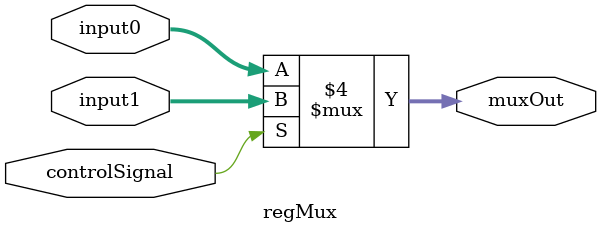
<source format=v>
/* regMux module for which register is the write register
 *
 */

module regMux(input controlSignal, input [4:0] input0, input [4:0] input1, output reg [4:0] muxOut);

always @(*)
begin
  if (controlSignal == 0)
    muxOut = input0;
  else
    muxOut = input1;
end

endmodule
</source>
